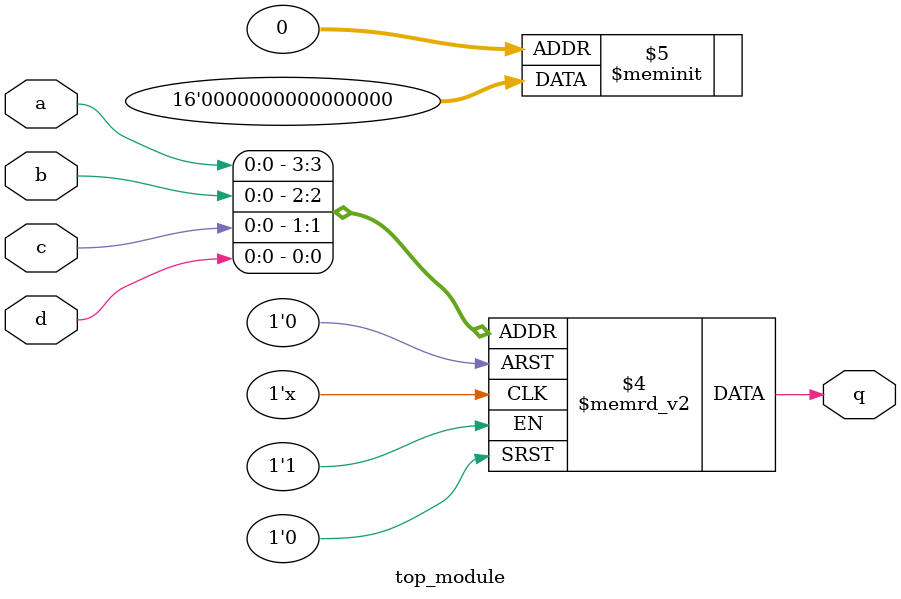
<source format=sv>
module top_module (
    input wire a,
    input wire b,
    input wire c,
    input wire d,
    output reg q
);

    always @(*)
    begin
        // Add missing case statement for inputs a, b, c, and d
        case ({a, b, c, d})
            4'b0000: q = 1'b0;
            4'b0001: q = 1'b0;
            4'b0010: q = 1'b0;
            4'b0011: q = 1'b0;
            4'b0100: q = 1'b0;
            4'b0101: q = 1'b0;
            4'b0110: q = 1'b0;
            4'b0111: q = 1'b0;
            4'b1000: q = 1'b0;
            4'b1001: q = 1'b0;
            4'b1010: q = 1'b0;
            4'b1011: q = 1'b0;
            4'b1100: q = 1'b0;
            4'b1101: q = 1'b0;
            4'b1110: q = 1'b0;
            4'b1111: q = 1'b0;
        endcase
    end

endmodule

</source>
